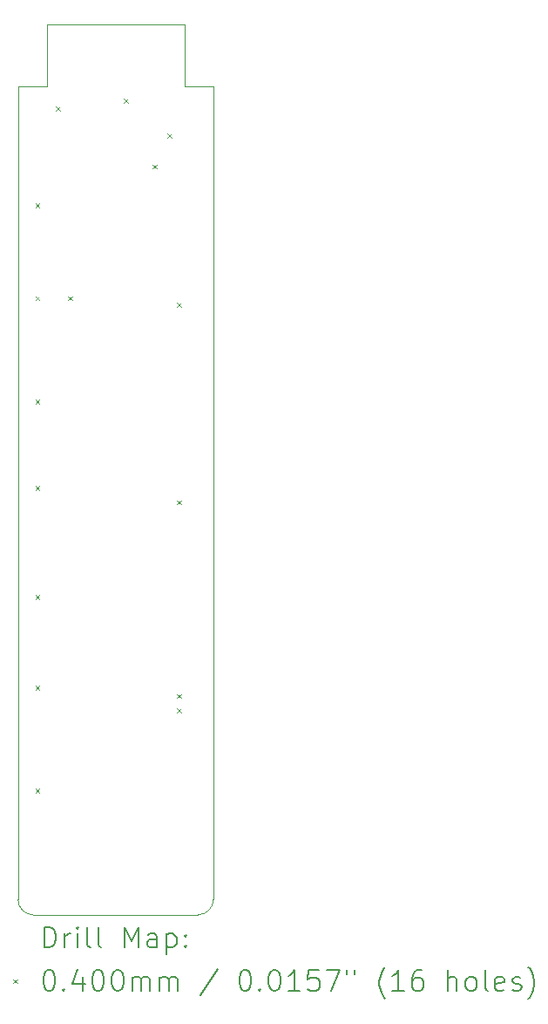
<source format=gbr>
%TF.GenerationSoftware,KiCad,Pcbnew,7.0.8*%
%TF.CreationDate,2023-10-17T04:22:44-07:00*%
%TF.ProjectId,Seismos_4-Key,53656973-6d6f-4735-9f34-2d4b65792e6b,rev?*%
%TF.SameCoordinates,Original*%
%TF.FileFunction,Drillmap*%
%TF.FilePolarity,Positive*%
%FSLAX45Y45*%
G04 Gerber Fmt 4.5, Leading zero omitted, Abs format (unit mm)*
G04 Created by KiCad (PCBNEW 7.0.8) date 2023-10-17 04:22:44*
%MOMM*%
%LPD*%
G01*
G04 APERTURE LIST*
%ADD10C,0.100000*%
%ADD11C,0.200000*%
%ADD12C,0.040000*%
G04 APERTURE END LIST*
D10*
X3750000Y-10993934D02*
X3750000Y-3100000D01*
X5500000Y-11143934D02*
X3900000Y-11143934D01*
X3749996Y-10993934D02*
G75*
G03*
X3900000Y-11143934I150004J4D01*
G01*
X4030000Y-2500000D02*
X4030000Y-3100000D01*
X3750000Y-3100000D02*
X4030000Y-3100000D01*
X5650000Y-3100000D02*
X5370000Y-3100000D01*
X5500000Y-11143930D02*
G75*
G03*
X5650000Y-10993934I0J150000D01*
G01*
X5650000Y-3100000D02*
X5650000Y-10993934D01*
X5370000Y-3100000D02*
X5370000Y-2500000D01*
X4030000Y-2500000D02*
X5370000Y-2500000D01*
D11*
D12*
X3920000Y-4240000D02*
X3960000Y-4280000D01*
X3960000Y-4240000D02*
X3920000Y-4280000D01*
X3920000Y-5140000D02*
X3960000Y-5180000D01*
X3960000Y-5140000D02*
X3920000Y-5180000D01*
X3920000Y-6140000D02*
X3960000Y-6180000D01*
X3960000Y-6140000D02*
X3920000Y-6180000D01*
X3920000Y-6980000D02*
X3960000Y-7020000D01*
X3960000Y-6980000D02*
X3920000Y-7020000D01*
X3920000Y-8040000D02*
X3960000Y-8080000D01*
X3960000Y-8040000D02*
X3920000Y-8080000D01*
X3920000Y-8920000D02*
X3960000Y-8960000D01*
X3960000Y-8920000D02*
X3920000Y-8960000D01*
X3920000Y-9920000D02*
X3960000Y-9960000D01*
X3960000Y-9920000D02*
X3920000Y-9960000D01*
X4120000Y-3300000D02*
X4160000Y-3340000D01*
X4160000Y-3300000D02*
X4120000Y-3340000D01*
X4237500Y-5140000D02*
X4277500Y-5180000D01*
X4277500Y-5140000D02*
X4237500Y-5180000D01*
X4780000Y-3220000D02*
X4820000Y-3260000D01*
X4820000Y-3220000D02*
X4780000Y-3260000D01*
X5060000Y-3860000D02*
X5100000Y-3900000D01*
X5100000Y-3860000D02*
X5060000Y-3900000D01*
X5200000Y-3560000D02*
X5240000Y-3600000D01*
X5240000Y-3560000D02*
X5200000Y-3600000D01*
X5296050Y-5200000D02*
X5336050Y-5240000D01*
X5336050Y-5200000D02*
X5296050Y-5240000D01*
X5296050Y-7120000D02*
X5336050Y-7160000D01*
X5336050Y-7120000D02*
X5296050Y-7160000D01*
X5296050Y-9000000D02*
X5336050Y-9040000D01*
X5336050Y-9000000D02*
X5296050Y-9040000D01*
X5296050Y-9140000D02*
X5336050Y-9180000D01*
X5336050Y-9140000D02*
X5296050Y-9180000D01*
D11*
X4005777Y-11460418D02*
X4005777Y-11260418D01*
X4005777Y-11260418D02*
X4053396Y-11260418D01*
X4053396Y-11260418D02*
X4081967Y-11269942D01*
X4081967Y-11269942D02*
X4101015Y-11288989D01*
X4101015Y-11288989D02*
X4110539Y-11308037D01*
X4110539Y-11308037D02*
X4120062Y-11346132D01*
X4120062Y-11346132D02*
X4120062Y-11374703D01*
X4120062Y-11374703D02*
X4110539Y-11412799D01*
X4110539Y-11412799D02*
X4101015Y-11431846D01*
X4101015Y-11431846D02*
X4081967Y-11450894D01*
X4081967Y-11450894D02*
X4053396Y-11460418D01*
X4053396Y-11460418D02*
X4005777Y-11460418D01*
X4205777Y-11460418D02*
X4205777Y-11327084D01*
X4205777Y-11365180D02*
X4215301Y-11346132D01*
X4215301Y-11346132D02*
X4224824Y-11336608D01*
X4224824Y-11336608D02*
X4243872Y-11327084D01*
X4243872Y-11327084D02*
X4262920Y-11327084D01*
X4329586Y-11460418D02*
X4329586Y-11327084D01*
X4329586Y-11260418D02*
X4320063Y-11269942D01*
X4320063Y-11269942D02*
X4329586Y-11279465D01*
X4329586Y-11279465D02*
X4339110Y-11269942D01*
X4339110Y-11269942D02*
X4329586Y-11260418D01*
X4329586Y-11260418D02*
X4329586Y-11279465D01*
X4453396Y-11460418D02*
X4434348Y-11450894D01*
X4434348Y-11450894D02*
X4424824Y-11431846D01*
X4424824Y-11431846D02*
X4424824Y-11260418D01*
X4558158Y-11460418D02*
X4539110Y-11450894D01*
X4539110Y-11450894D02*
X4529586Y-11431846D01*
X4529586Y-11431846D02*
X4529586Y-11260418D01*
X4786729Y-11460418D02*
X4786729Y-11260418D01*
X4786729Y-11260418D02*
X4853396Y-11403275D01*
X4853396Y-11403275D02*
X4920063Y-11260418D01*
X4920063Y-11260418D02*
X4920063Y-11460418D01*
X5101015Y-11460418D02*
X5101015Y-11355656D01*
X5101015Y-11355656D02*
X5091491Y-11336608D01*
X5091491Y-11336608D02*
X5072444Y-11327084D01*
X5072444Y-11327084D02*
X5034348Y-11327084D01*
X5034348Y-11327084D02*
X5015301Y-11336608D01*
X5101015Y-11450894D02*
X5081967Y-11460418D01*
X5081967Y-11460418D02*
X5034348Y-11460418D01*
X5034348Y-11460418D02*
X5015301Y-11450894D01*
X5015301Y-11450894D02*
X5005777Y-11431846D01*
X5005777Y-11431846D02*
X5005777Y-11412799D01*
X5005777Y-11412799D02*
X5015301Y-11393751D01*
X5015301Y-11393751D02*
X5034348Y-11384227D01*
X5034348Y-11384227D02*
X5081967Y-11384227D01*
X5081967Y-11384227D02*
X5101015Y-11374703D01*
X5196253Y-11327084D02*
X5196253Y-11527084D01*
X5196253Y-11336608D02*
X5215301Y-11327084D01*
X5215301Y-11327084D02*
X5253396Y-11327084D01*
X5253396Y-11327084D02*
X5272444Y-11336608D01*
X5272444Y-11336608D02*
X5281967Y-11346132D01*
X5281967Y-11346132D02*
X5291491Y-11365180D01*
X5291491Y-11365180D02*
X5291491Y-11422322D01*
X5291491Y-11422322D02*
X5281967Y-11441370D01*
X5281967Y-11441370D02*
X5272444Y-11450894D01*
X5272444Y-11450894D02*
X5253396Y-11460418D01*
X5253396Y-11460418D02*
X5215301Y-11460418D01*
X5215301Y-11460418D02*
X5196253Y-11450894D01*
X5377205Y-11441370D02*
X5386729Y-11450894D01*
X5386729Y-11450894D02*
X5377205Y-11460418D01*
X5377205Y-11460418D02*
X5367682Y-11450894D01*
X5367682Y-11450894D02*
X5377205Y-11441370D01*
X5377205Y-11441370D02*
X5377205Y-11460418D01*
X5377205Y-11336608D02*
X5386729Y-11346132D01*
X5386729Y-11346132D02*
X5377205Y-11355656D01*
X5377205Y-11355656D02*
X5367682Y-11346132D01*
X5367682Y-11346132D02*
X5377205Y-11336608D01*
X5377205Y-11336608D02*
X5377205Y-11355656D01*
D12*
X3705000Y-11768934D02*
X3745000Y-11808934D01*
X3745000Y-11768934D02*
X3705000Y-11808934D01*
D11*
X4043872Y-11680418D02*
X4062920Y-11680418D01*
X4062920Y-11680418D02*
X4081967Y-11689942D01*
X4081967Y-11689942D02*
X4091491Y-11699465D01*
X4091491Y-11699465D02*
X4101015Y-11718513D01*
X4101015Y-11718513D02*
X4110539Y-11756608D01*
X4110539Y-11756608D02*
X4110539Y-11804227D01*
X4110539Y-11804227D02*
X4101015Y-11842322D01*
X4101015Y-11842322D02*
X4091491Y-11861370D01*
X4091491Y-11861370D02*
X4081967Y-11870894D01*
X4081967Y-11870894D02*
X4062920Y-11880418D01*
X4062920Y-11880418D02*
X4043872Y-11880418D01*
X4043872Y-11880418D02*
X4024824Y-11870894D01*
X4024824Y-11870894D02*
X4015301Y-11861370D01*
X4015301Y-11861370D02*
X4005777Y-11842322D01*
X4005777Y-11842322D02*
X3996253Y-11804227D01*
X3996253Y-11804227D02*
X3996253Y-11756608D01*
X3996253Y-11756608D02*
X4005777Y-11718513D01*
X4005777Y-11718513D02*
X4015301Y-11699465D01*
X4015301Y-11699465D02*
X4024824Y-11689942D01*
X4024824Y-11689942D02*
X4043872Y-11680418D01*
X4196253Y-11861370D02*
X4205777Y-11870894D01*
X4205777Y-11870894D02*
X4196253Y-11880418D01*
X4196253Y-11880418D02*
X4186729Y-11870894D01*
X4186729Y-11870894D02*
X4196253Y-11861370D01*
X4196253Y-11861370D02*
X4196253Y-11880418D01*
X4377205Y-11747084D02*
X4377205Y-11880418D01*
X4329586Y-11670894D02*
X4281967Y-11813751D01*
X4281967Y-11813751D02*
X4405777Y-11813751D01*
X4520063Y-11680418D02*
X4539110Y-11680418D01*
X4539110Y-11680418D02*
X4558158Y-11689942D01*
X4558158Y-11689942D02*
X4567682Y-11699465D01*
X4567682Y-11699465D02*
X4577205Y-11718513D01*
X4577205Y-11718513D02*
X4586729Y-11756608D01*
X4586729Y-11756608D02*
X4586729Y-11804227D01*
X4586729Y-11804227D02*
X4577205Y-11842322D01*
X4577205Y-11842322D02*
X4567682Y-11861370D01*
X4567682Y-11861370D02*
X4558158Y-11870894D01*
X4558158Y-11870894D02*
X4539110Y-11880418D01*
X4539110Y-11880418D02*
X4520063Y-11880418D01*
X4520063Y-11880418D02*
X4501015Y-11870894D01*
X4501015Y-11870894D02*
X4491491Y-11861370D01*
X4491491Y-11861370D02*
X4481967Y-11842322D01*
X4481967Y-11842322D02*
X4472444Y-11804227D01*
X4472444Y-11804227D02*
X4472444Y-11756608D01*
X4472444Y-11756608D02*
X4481967Y-11718513D01*
X4481967Y-11718513D02*
X4491491Y-11699465D01*
X4491491Y-11699465D02*
X4501015Y-11689942D01*
X4501015Y-11689942D02*
X4520063Y-11680418D01*
X4710539Y-11680418D02*
X4729586Y-11680418D01*
X4729586Y-11680418D02*
X4748634Y-11689942D01*
X4748634Y-11689942D02*
X4758158Y-11699465D01*
X4758158Y-11699465D02*
X4767682Y-11718513D01*
X4767682Y-11718513D02*
X4777205Y-11756608D01*
X4777205Y-11756608D02*
X4777205Y-11804227D01*
X4777205Y-11804227D02*
X4767682Y-11842322D01*
X4767682Y-11842322D02*
X4758158Y-11861370D01*
X4758158Y-11861370D02*
X4748634Y-11870894D01*
X4748634Y-11870894D02*
X4729586Y-11880418D01*
X4729586Y-11880418D02*
X4710539Y-11880418D01*
X4710539Y-11880418D02*
X4691491Y-11870894D01*
X4691491Y-11870894D02*
X4681967Y-11861370D01*
X4681967Y-11861370D02*
X4672444Y-11842322D01*
X4672444Y-11842322D02*
X4662920Y-11804227D01*
X4662920Y-11804227D02*
X4662920Y-11756608D01*
X4662920Y-11756608D02*
X4672444Y-11718513D01*
X4672444Y-11718513D02*
X4681967Y-11699465D01*
X4681967Y-11699465D02*
X4691491Y-11689942D01*
X4691491Y-11689942D02*
X4710539Y-11680418D01*
X4862920Y-11880418D02*
X4862920Y-11747084D01*
X4862920Y-11766132D02*
X4872444Y-11756608D01*
X4872444Y-11756608D02*
X4891491Y-11747084D01*
X4891491Y-11747084D02*
X4920063Y-11747084D01*
X4920063Y-11747084D02*
X4939110Y-11756608D01*
X4939110Y-11756608D02*
X4948634Y-11775656D01*
X4948634Y-11775656D02*
X4948634Y-11880418D01*
X4948634Y-11775656D02*
X4958158Y-11756608D01*
X4958158Y-11756608D02*
X4977205Y-11747084D01*
X4977205Y-11747084D02*
X5005777Y-11747084D01*
X5005777Y-11747084D02*
X5024825Y-11756608D01*
X5024825Y-11756608D02*
X5034348Y-11775656D01*
X5034348Y-11775656D02*
X5034348Y-11880418D01*
X5129586Y-11880418D02*
X5129586Y-11747084D01*
X5129586Y-11766132D02*
X5139110Y-11756608D01*
X5139110Y-11756608D02*
X5158158Y-11747084D01*
X5158158Y-11747084D02*
X5186729Y-11747084D01*
X5186729Y-11747084D02*
X5205777Y-11756608D01*
X5205777Y-11756608D02*
X5215301Y-11775656D01*
X5215301Y-11775656D02*
X5215301Y-11880418D01*
X5215301Y-11775656D02*
X5224825Y-11756608D01*
X5224825Y-11756608D02*
X5243872Y-11747084D01*
X5243872Y-11747084D02*
X5272444Y-11747084D01*
X5272444Y-11747084D02*
X5291491Y-11756608D01*
X5291491Y-11756608D02*
X5301015Y-11775656D01*
X5301015Y-11775656D02*
X5301015Y-11880418D01*
X5691491Y-11670894D02*
X5520063Y-11928037D01*
X5948634Y-11680418D02*
X5967682Y-11680418D01*
X5967682Y-11680418D02*
X5986729Y-11689942D01*
X5986729Y-11689942D02*
X5996253Y-11699465D01*
X5996253Y-11699465D02*
X6005777Y-11718513D01*
X6005777Y-11718513D02*
X6015301Y-11756608D01*
X6015301Y-11756608D02*
X6015301Y-11804227D01*
X6015301Y-11804227D02*
X6005777Y-11842322D01*
X6005777Y-11842322D02*
X5996253Y-11861370D01*
X5996253Y-11861370D02*
X5986729Y-11870894D01*
X5986729Y-11870894D02*
X5967682Y-11880418D01*
X5967682Y-11880418D02*
X5948634Y-11880418D01*
X5948634Y-11880418D02*
X5929586Y-11870894D01*
X5929586Y-11870894D02*
X5920063Y-11861370D01*
X5920063Y-11861370D02*
X5910539Y-11842322D01*
X5910539Y-11842322D02*
X5901015Y-11804227D01*
X5901015Y-11804227D02*
X5901015Y-11756608D01*
X5901015Y-11756608D02*
X5910539Y-11718513D01*
X5910539Y-11718513D02*
X5920063Y-11699465D01*
X5920063Y-11699465D02*
X5929586Y-11689942D01*
X5929586Y-11689942D02*
X5948634Y-11680418D01*
X6101015Y-11861370D02*
X6110539Y-11870894D01*
X6110539Y-11870894D02*
X6101015Y-11880418D01*
X6101015Y-11880418D02*
X6091491Y-11870894D01*
X6091491Y-11870894D02*
X6101015Y-11861370D01*
X6101015Y-11861370D02*
X6101015Y-11880418D01*
X6234348Y-11680418D02*
X6253396Y-11680418D01*
X6253396Y-11680418D02*
X6272444Y-11689942D01*
X6272444Y-11689942D02*
X6281967Y-11699465D01*
X6281967Y-11699465D02*
X6291491Y-11718513D01*
X6291491Y-11718513D02*
X6301015Y-11756608D01*
X6301015Y-11756608D02*
X6301015Y-11804227D01*
X6301015Y-11804227D02*
X6291491Y-11842322D01*
X6291491Y-11842322D02*
X6281967Y-11861370D01*
X6281967Y-11861370D02*
X6272444Y-11870894D01*
X6272444Y-11870894D02*
X6253396Y-11880418D01*
X6253396Y-11880418D02*
X6234348Y-11880418D01*
X6234348Y-11880418D02*
X6215301Y-11870894D01*
X6215301Y-11870894D02*
X6205777Y-11861370D01*
X6205777Y-11861370D02*
X6196253Y-11842322D01*
X6196253Y-11842322D02*
X6186729Y-11804227D01*
X6186729Y-11804227D02*
X6186729Y-11756608D01*
X6186729Y-11756608D02*
X6196253Y-11718513D01*
X6196253Y-11718513D02*
X6205777Y-11699465D01*
X6205777Y-11699465D02*
X6215301Y-11689942D01*
X6215301Y-11689942D02*
X6234348Y-11680418D01*
X6491491Y-11880418D02*
X6377206Y-11880418D01*
X6434348Y-11880418D02*
X6434348Y-11680418D01*
X6434348Y-11680418D02*
X6415301Y-11708989D01*
X6415301Y-11708989D02*
X6396253Y-11728037D01*
X6396253Y-11728037D02*
X6377206Y-11737561D01*
X6672444Y-11680418D02*
X6577206Y-11680418D01*
X6577206Y-11680418D02*
X6567682Y-11775656D01*
X6567682Y-11775656D02*
X6577206Y-11766132D01*
X6577206Y-11766132D02*
X6596253Y-11756608D01*
X6596253Y-11756608D02*
X6643872Y-11756608D01*
X6643872Y-11756608D02*
X6662920Y-11766132D01*
X6662920Y-11766132D02*
X6672444Y-11775656D01*
X6672444Y-11775656D02*
X6681967Y-11794703D01*
X6681967Y-11794703D02*
X6681967Y-11842322D01*
X6681967Y-11842322D02*
X6672444Y-11861370D01*
X6672444Y-11861370D02*
X6662920Y-11870894D01*
X6662920Y-11870894D02*
X6643872Y-11880418D01*
X6643872Y-11880418D02*
X6596253Y-11880418D01*
X6596253Y-11880418D02*
X6577206Y-11870894D01*
X6577206Y-11870894D02*
X6567682Y-11861370D01*
X6748634Y-11680418D02*
X6881967Y-11680418D01*
X6881967Y-11680418D02*
X6796253Y-11880418D01*
X6948634Y-11680418D02*
X6948634Y-11718513D01*
X7024825Y-11680418D02*
X7024825Y-11718513D01*
X7320063Y-11956608D02*
X7310539Y-11947084D01*
X7310539Y-11947084D02*
X7291491Y-11918513D01*
X7291491Y-11918513D02*
X7281968Y-11899465D01*
X7281968Y-11899465D02*
X7272444Y-11870894D01*
X7272444Y-11870894D02*
X7262920Y-11823275D01*
X7262920Y-11823275D02*
X7262920Y-11785180D01*
X7262920Y-11785180D02*
X7272444Y-11737561D01*
X7272444Y-11737561D02*
X7281968Y-11708989D01*
X7281968Y-11708989D02*
X7291491Y-11689942D01*
X7291491Y-11689942D02*
X7310539Y-11661370D01*
X7310539Y-11661370D02*
X7320063Y-11651846D01*
X7501015Y-11880418D02*
X7386729Y-11880418D01*
X7443872Y-11880418D02*
X7443872Y-11680418D01*
X7443872Y-11680418D02*
X7424825Y-11708989D01*
X7424825Y-11708989D02*
X7405777Y-11728037D01*
X7405777Y-11728037D02*
X7386729Y-11737561D01*
X7672444Y-11680418D02*
X7634348Y-11680418D01*
X7634348Y-11680418D02*
X7615301Y-11689942D01*
X7615301Y-11689942D02*
X7605777Y-11699465D01*
X7605777Y-11699465D02*
X7586729Y-11728037D01*
X7586729Y-11728037D02*
X7577206Y-11766132D01*
X7577206Y-11766132D02*
X7577206Y-11842322D01*
X7577206Y-11842322D02*
X7586729Y-11861370D01*
X7586729Y-11861370D02*
X7596253Y-11870894D01*
X7596253Y-11870894D02*
X7615301Y-11880418D01*
X7615301Y-11880418D02*
X7653396Y-11880418D01*
X7653396Y-11880418D02*
X7672444Y-11870894D01*
X7672444Y-11870894D02*
X7681968Y-11861370D01*
X7681968Y-11861370D02*
X7691491Y-11842322D01*
X7691491Y-11842322D02*
X7691491Y-11794703D01*
X7691491Y-11794703D02*
X7681968Y-11775656D01*
X7681968Y-11775656D02*
X7672444Y-11766132D01*
X7672444Y-11766132D02*
X7653396Y-11756608D01*
X7653396Y-11756608D02*
X7615301Y-11756608D01*
X7615301Y-11756608D02*
X7596253Y-11766132D01*
X7596253Y-11766132D02*
X7586729Y-11775656D01*
X7586729Y-11775656D02*
X7577206Y-11794703D01*
X7929587Y-11880418D02*
X7929587Y-11680418D01*
X8015301Y-11880418D02*
X8015301Y-11775656D01*
X8015301Y-11775656D02*
X8005777Y-11756608D01*
X8005777Y-11756608D02*
X7986730Y-11747084D01*
X7986730Y-11747084D02*
X7958158Y-11747084D01*
X7958158Y-11747084D02*
X7939110Y-11756608D01*
X7939110Y-11756608D02*
X7929587Y-11766132D01*
X8139110Y-11880418D02*
X8120063Y-11870894D01*
X8120063Y-11870894D02*
X8110539Y-11861370D01*
X8110539Y-11861370D02*
X8101015Y-11842322D01*
X8101015Y-11842322D02*
X8101015Y-11785180D01*
X8101015Y-11785180D02*
X8110539Y-11766132D01*
X8110539Y-11766132D02*
X8120063Y-11756608D01*
X8120063Y-11756608D02*
X8139110Y-11747084D01*
X8139110Y-11747084D02*
X8167682Y-11747084D01*
X8167682Y-11747084D02*
X8186730Y-11756608D01*
X8186730Y-11756608D02*
X8196253Y-11766132D01*
X8196253Y-11766132D02*
X8205777Y-11785180D01*
X8205777Y-11785180D02*
X8205777Y-11842322D01*
X8205777Y-11842322D02*
X8196253Y-11861370D01*
X8196253Y-11861370D02*
X8186730Y-11870894D01*
X8186730Y-11870894D02*
X8167682Y-11880418D01*
X8167682Y-11880418D02*
X8139110Y-11880418D01*
X8320063Y-11880418D02*
X8301015Y-11870894D01*
X8301015Y-11870894D02*
X8291491Y-11851846D01*
X8291491Y-11851846D02*
X8291491Y-11680418D01*
X8472444Y-11870894D02*
X8453396Y-11880418D01*
X8453396Y-11880418D02*
X8415301Y-11880418D01*
X8415301Y-11880418D02*
X8396253Y-11870894D01*
X8396253Y-11870894D02*
X8386730Y-11851846D01*
X8386730Y-11851846D02*
X8386730Y-11775656D01*
X8386730Y-11775656D02*
X8396253Y-11756608D01*
X8396253Y-11756608D02*
X8415301Y-11747084D01*
X8415301Y-11747084D02*
X8453396Y-11747084D01*
X8453396Y-11747084D02*
X8472444Y-11756608D01*
X8472444Y-11756608D02*
X8481968Y-11775656D01*
X8481968Y-11775656D02*
X8481968Y-11794703D01*
X8481968Y-11794703D02*
X8386730Y-11813751D01*
X8558158Y-11870894D02*
X8577206Y-11880418D01*
X8577206Y-11880418D02*
X8615301Y-11880418D01*
X8615301Y-11880418D02*
X8634349Y-11870894D01*
X8634349Y-11870894D02*
X8643873Y-11851846D01*
X8643873Y-11851846D02*
X8643873Y-11842322D01*
X8643873Y-11842322D02*
X8634349Y-11823275D01*
X8634349Y-11823275D02*
X8615301Y-11813751D01*
X8615301Y-11813751D02*
X8586730Y-11813751D01*
X8586730Y-11813751D02*
X8567682Y-11804227D01*
X8567682Y-11804227D02*
X8558158Y-11785180D01*
X8558158Y-11785180D02*
X8558158Y-11775656D01*
X8558158Y-11775656D02*
X8567682Y-11756608D01*
X8567682Y-11756608D02*
X8586730Y-11747084D01*
X8586730Y-11747084D02*
X8615301Y-11747084D01*
X8615301Y-11747084D02*
X8634349Y-11756608D01*
X8710539Y-11956608D02*
X8720063Y-11947084D01*
X8720063Y-11947084D02*
X8739111Y-11918513D01*
X8739111Y-11918513D02*
X8748634Y-11899465D01*
X8748634Y-11899465D02*
X8758158Y-11870894D01*
X8758158Y-11870894D02*
X8767682Y-11823275D01*
X8767682Y-11823275D02*
X8767682Y-11785180D01*
X8767682Y-11785180D02*
X8758158Y-11737561D01*
X8758158Y-11737561D02*
X8748634Y-11708989D01*
X8748634Y-11708989D02*
X8739111Y-11689942D01*
X8739111Y-11689942D02*
X8720063Y-11661370D01*
X8720063Y-11661370D02*
X8710539Y-11651846D01*
M02*

</source>
